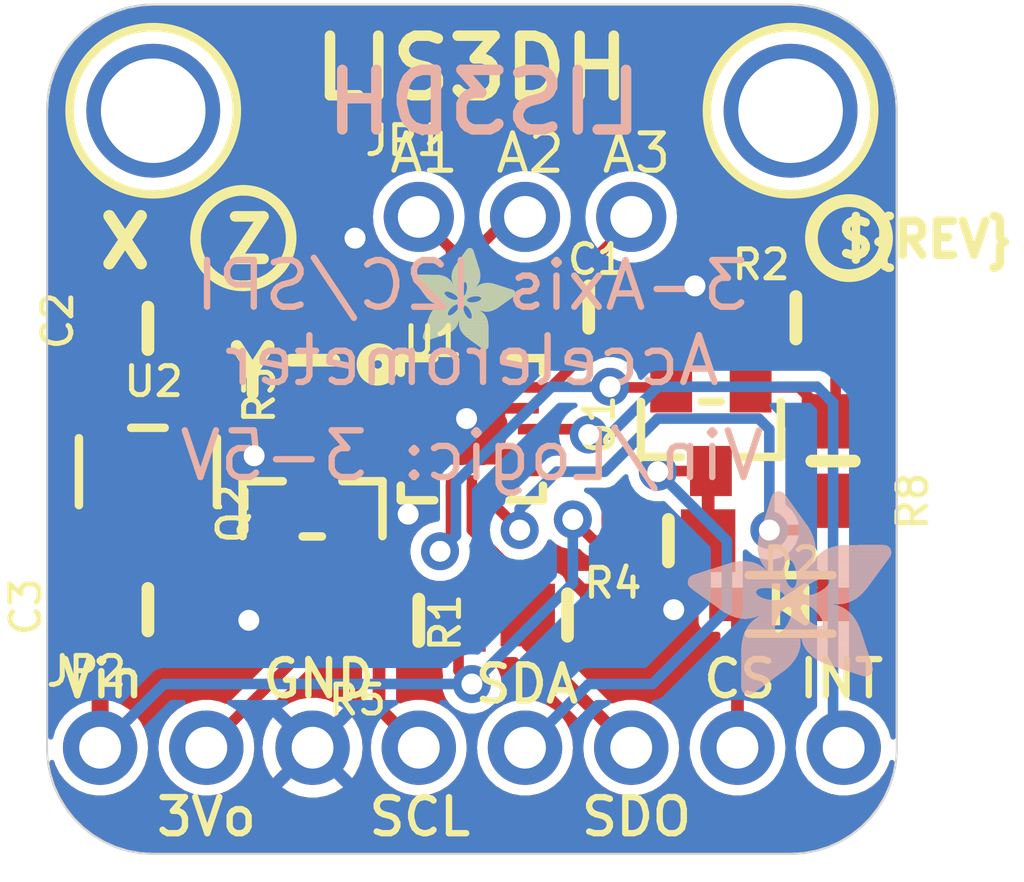
<source format=kicad_pcb>
(kicad_pcb (version 20221018) (generator pcbnew)
  (layers (0 "F.Cu" signal) (31 "B.Cu" signal) (34 "B.Paste" user) (35 "F.Paste" user) (36 "B.SilkS" user "B.Silkscreen") (37 "F.SilkS" user "F.Silkscreen") (38 "B.Mask" user) (39 "F.Mask" user) (44 "Edge.Cuts" user))
  (net 0 "")
  (net 1 "GND")
  (net 2 "3.3V")
  (net 3 "CS")
  (net 4 "VIN")
  (net 5 "SDA_3.3V")
  (net 6 "SCL_3.3V")
  (net 7 "SDA")
  (net 8 "SCL")
  (net 9 "N$2")
  (net 10 "INT1")
  (net 11 "SDO")
  (net 12 "ADC1")
  (net 13 "ADC2")
  (net 14 "ADC3")
  (footprint "working:0805-NO" (layer "F.Cu") (at 147.2311 109.5756)
    (fp_text reference "R5" (at -2.2225 1.905) (layer "F.SilkS") (effects (font (size 0.692831 0.692831) (thickness 0.119969)) (justify left)))
    (fp_text value "10K")
    (pad "1" smd rect (at -0.95 0) (size 1.3 1.5) (layers "F.Cu" "F.Paste" "F.Mask") (net 8 "SCL"))
    (pad "2" smd rect (at 0.95 0) (size 1.3 1.5) (layers "F.Cu" "F.Paste" "F.Mask") (net 4 "VIN"))
  )
  (footprint "working:0805-NO" (layer "F.Cu") (at 156.2481 102.3366)
    (fp_text reference "R2" (at -1.5875 -1.27) (layer "F.SilkS") (effects (font (size 0.692831 0.692831) (thickness 0.119969)) (justify left)))
    (fp_text value "10K")
    (pad "1" smd rect (at -0.95 0) (size 1.3 1.5) (layers "F.Cu" "F.Paste" "F.Mask") (net 5 "SDA_3.3V"))
    (pad "2" smd rect (at 0.95 0) (size 1.3 1.5) (layers "F.Cu" "F.Paste" "F.Mask") (net 2 "3.3V"))
  )
  (footprint "working:SOT23-WIDE" (layer "F.Cu") (at 154.2161 105.0036 180)
    (fp_text reference "Q1" (at 2.667 0.889 90) (layer "F.SilkS") (effects (font (size 0.692831 0.692831) (thickness 0.119969)) (justify right)))
    (fp_text value "BSS138")
    (pad "1" smd rect (at -0.95 1 180) (size 1 1.2) (layers "F.Cu" "F.Paste" "F.Mask") (net 2 "3.3V"))
    (pad "2" smd rect (at 0.95 1 180) (size 1 1.2) (layers "F.Cu" "F.Paste" "F.Mask") (net 5 "SDA_3.3V"))
    (pad "3" smd rect (at 0 -1 180) (size 1 1.2) (layers "F.Cu" "F.Paste" "F.Mask") (net 7 "SDA"))
  )
  (footprint "working:MOUNTINGHOLE_2.5_PLATED" (layer "F.Cu") (at 156.1211 97.3836)
    (fp_text reference "U$13" hide)
    (fp_text value "MOUNTINGHOLE2.5" hide)
    (pad "P$1" thru_hole circle (at 0 0) (size 3.2 3.2) (drill 2.5) (layers "*.Cu" "*.Mask"))
    (zone (net 0) (net_name "") (layer "F.Cu") (connect_pads (clearance 0)) (min_thickness 0.25)
      (keepout (tracks not_allowed) (vias not_allowed) (pads not_allowed) (copperpour not_allowed) (footprints allowed))
      (fill (thermal_gap 0.5) (thermal_bridge_width 0.5))
      (polygon (pts (xy 158.1371 97.3836) (xy 158.11748 97.103027) (xy 158.059004 96.827915) (xy 157.962808 96.563619) (xy 157.830765 96.315283) (xy 157.665446 96.08774) (xy 157.470067 95.88542) (xy 157.248433 95.71226) (xy 157.004856 95.571631) (xy 156.744078 95.46627) (xy 156.471175 95.398228) (xy 156.191457 95.368828) (xy 155.910371 95.378644) (xy 155.633385 95.427484) (xy 155.365893 95.514397) (xy 155.1131 95.637693) (xy 154.879926 95.79497) (xy 154.670911 95.983169) (xy 154.490122 96.198625) (xy 154.341078 96.437145) (xy 154.22668 96.694087) (xy 154.149154 96.96445) (xy 154.110011 97.242971) (xy 154.110011 97.524229) (xy 154.149154 97.80275) (xy 154.22668 98.073113) (xy 154.341078 98.330055) (xy 154.490122 98.568575) (xy 154.670911 98.784031) (xy 154.879926 98.97223) (xy 155.1131 99.129507) (xy 155.365893 99.252803) (xy 155.633385 99.339716) (xy 155.910371 99.388556) (xy 156.191457 99.398372) (xy 156.471175 99.368972) (xy 156.744078 99.30093) (xy 157.004856 99.195569) (xy 157.248433 99.05494) (xy 157.470067 98.88178) (xy 157.665446 98.67946) (xy 157.830765 98.451917) (xy 157.962808 98.203581) (xy 158.059004 97.939285) (xy 158.11748 97.664173)))
      (polygon (pts (xy 156.1051 97.3836) (xy 156.109786 97.394914) (xy 156.1211 97.3996) (xy 156.132414 97.394914) (xy 156.1371 97.3836) (xy 156.132414 97.372286) (xy 156.1211 97.3676) (xy 156.109786 97.372286)))
    )
    (zone (net 0) (net_name "") (layer "B.Cu") (connect_pads (clearance 0)) (min_thickness 0.25)
      (keepout (tracks not_allowed) (vias not_allowed) (pads not_allowed) (copperpour not_allowed) (footprints allowed))
      (fill (thermal_gap 0.5) (thermal_bridge_width 0.5))
      (polygon (pts (xy 158.1371 97.3836) (xy 158.11748 97.103027) (xy 158.059004 96.827915) (xy 157.962808 96.563619) (xy 157.830765 96.315283) (xy 157.665446 96.08774) (xy 157.470067 95.88542) (xy 157.248433 95.71226) (xy 157.004856 95.571631) (xy 156.744078 95.46627) (xy 156.471175 95.398228) (xy 156.191457 95.368828) (xy 155.910371 95.378644) (xy 155.633385 95.427484) (xy 155.365893 95.514397) (xy 155.1131 95.637693) (xy 154.879926 95.79497) (xy 154.670911 95.983169) (xy 154.490122 96.198625) (xy 154.341078 96.437145) (xy 154.22668 96.694087) (xy 154.149154 96.96445) (xy 154.110011 97.242971) (xy 154.110011 97.524229) (xy 154.149154 97.80275) (xy 154.22668 98.073113) (xy 154.341078 98.330055) (xy 154.490122 98.568575) (xy 154.670911 98.784031) (xy 154.879926 98.97223) (xy 155.1131 99.129507) (xy 155.365893 99.252803) (xy 155.633385 99.339716) (xy 155.910371 99.388556) (xy 156.191457 99.398372) (xy 156.471175 99.368972) (xy 156.744078 99.30093) (xy 157.004856 99.195569) (xy 157.248433 99.05494) (xy 157.470067 98.88178) (xy 157.665446 98.67946) (xy 157.830765 98.451917) (xy 157.962808 98.203581) (xy 158.059004 97.939285) (xy 158.11748 97.664173)))
      (polygon (pts (xy 156.1051 97.3836) (xy 156.109786 97.394914) (xy 156.1211 97.3996) (xy 156.132414 97.394914) (xy 156.1371 97.3836) (xy 156.132414 97.372286) (xy 156.1211 97.3676) (xy 156.109786 97.372286)))
    )
  )
  (footprint "working:0805-NO" (layer "F.Cu") (at 144.6911 103.3526 90)
    (fp_text reference "R3" (at -1.5875 -1.27 90) (layer "F.SilkS") (effects (font (size 0.692831 0.692831) (thickness 0.119969)) (justify left)))
    (fp_text value "10K")
    (pad "1" smd rect (at -0.95 0 90) (size 1.3 1.5) (layers "F.Cu" "F.Paste" "F.Mask") (net 6 "SCL_3.3V"))
    (pad "2" smd rect (at 0.95 0 90) (size 1.3 1.5) (layers "F.Cu" "F.Paste" "F.Mask") (net 2 "3.3V"))
  )
  (footprint "working:0805-NO" (layer "F.Cu") (at 153.2001 107.6706 180)
    (fp_text reference "R4" (at 0.5715 -1.016) (layer "F.SilkS") (effects (font (size 0.692831 0.692831) (thickness 0.119969)) (justify right)))
    (fp_text value "10K")
    (pad "1" smd rect (at -0.95 0 180) (size 1.3 1.5) (layers "F.Cu" "F.Paste" "F.Mask") (net 7 "SDA"))
    (pad "2" smd rect (at 0.95 0 180) (size 1.3 1.5) (layers "F.Cu" "F.Paste" "F.Mask") (net 4 "VIN"))
  )
  (footprint "working:SOT23-WIDE" (layer "F.Cu") (at 144.6911 106.9086)
    (fp_text reference "Q2" (at -1.905 0.889 90) (layer "F.SilkS") (effects (font (size 0.692831 0.692831) (thickness 0.119969)) (justify left)))
    (fp_text value "BSS138")
    (pad "1" smd rect (at -0.95 1) (size 1 1.2) (layers "F.Cu" "F.Paste" "F.Mask") (net 2 "3.3V"))
    (pad "2" smd rect (at 0.95 1) (size 1 1.2) (layers "F.Cu" "F.Paste" "F.Mask") (net 6 "SCL_3.3V"))
    (pad "3" smd rect (at 0 -1) (size 1 1.2) (layers "F.Cu" "F.Paste" "F.Mask") (net 8 "SCL"))
  )
  (footprint "working:FIDUCIAL_1MM" (layer "F.Cu") (at 156.1211 114.1476)
    (fp_text reference "FID2" hide)
    (fp_text value "FIDUCIAL\"\"" hide)
    (pad "1" smd roundrect (at 0 0) (size 1 1) (layers "F.Cu" "F.Mask") (roundrect_rratio 0.5))
  )
  (footprint "working:0805-NO" (layer "F.Cu") (at 157.1371 105.7656 90)
    (fp_text reference "R8" (at -1.7145 1.905 90) (layer "F.SilkS") (effects (font (size 0.692831 0.692831) (thickness 0.119969)) (justify left)))
    (fp_text value "10K")
    (pad "1" smd rect (at -0.95 0 90) (size 1.3 1.5) (layers "F.Cu" "F.Paste" "F.Mask") (net 9 "N$2"))
    (pad "2" smd rect (at 0.95 0 90) (size 1.3 1.5) (layers "F.Cu" "F.Paste" "F.Mask") (net 2 "3.3V"))
  )
  (footprint "working:0805_10MGAP" (layer "F.Cu") (at 151.2951 102.0826)
    (fp_text reference "C1" (at -0.5715 -1.143) (layer "F.SilkS") (effects (font (size 0.692831 0.692831) (thickness 0.119969)) (justify left)))
    (fp_text value "0.1uF")
    (pad "1" smd rect (at -1.05 0) (size 1.2 1.5) (layers "F.Cu" "F.Paste" "F.Mask") (net 2 "3.3V"))
    (pad "2" smd rect (at 1.05 0) (size 1.2 1.5) (layers "F.Cu" "F.Paste" "F.Mask") (net 1 "GND"))
  )
  (footprint "working:0805-NO" (layer "F.Cu") (at 140.7541 102.5906)
    (fp_text reference "C2" (at -2.159 0.5715 90) (layer "F.SilkS") (effects (font (size 0.692831 0.692831) (thickness 0.119969)) (justify left)))
    (fp_text value "10µF")
    (pad "1" smd rect (at -0.95 0) (size 1.3 1.5) (layers "F.Cu" "F.Paste" "F.Mask") (net 2 "3.3V"))
    (pad "2" smd rect (at 0.95 0) (size 1.3 1.5) (layers "F.Cu" "F.Paste" "F.Mask") (net 1 "GND"))
  )
  (footprint "working:SOT23-5" (layer "F.Cu") (at 140.7541 106.0196)
    (fp_text reference "U2" (at -0.635 -2.159) (layer "F.SilkS") (effects (font (size 0.692831 0.692831) (thickness 0.119969)) (justify left)))
    (fp_text value "MIC5225-3.3")
    (pad "1" smd rect (at -0.95 1.3001) (size 0.55 1.2) (layers "F.Cu" "F.Paste" "F.Mask") (net 4 "VIN"))
    (pad "2" smd rect (at 0 1.3001) (size 0.55 1.2) (layers "F.Cu" "F.Paste" "F.Mask") (net 1 "GND"))
    (pad "3" smd rect (at 0.95 1.3001) (size 0.55 1.2) (layers "F.Cu" "F.Paste" "F.Mask") (net 4 "VIN"))
    (pad "4" smd rect (at 0.95 -1.3001) (size 0.55 1.2) (layers "F.Cu" "F.Paste" "F.Mask"))
    (pad "5" smd rect (at -0.95 -1.3001) (size 0.55 1.2) (layers "F.Cu" "F.Paste" "F.Mask") (net 2 "3.3V"))
  )
  (footprint "working:FIDUCIAL_1MM" (layer "F.Cu") (at 144.0721 98.2886)
    (fp_text reference "FID1" hide)
    (fp_text value "FIDUCIAL\"\"" hide)
    (pad "1" smd roundrect (at 0 0) (size 1 1) (layers "F.Cu" "F.Mask") (roundrect_rratio 0.5))
  )
  (footprint "working:SOD-323" (layer "F.Cu") (at 156.1211 109.1946)
    (fp_text reference "D2" (at -0.719 -1) (layer "F.SilkS") (effects (font (size 0.692831 0.692831) (thickness 0.119969)) (justify left)))
    (fp_text value "1N4148")
    (pad "A" smd rect (at 1.27 0) (size 1.35 0.8) (layers "F.Cu" "F.Paste" "F.Mask") (net 9 "N$2"))
    (pad "C" smd rect (at -1.27 0) (size 1.35 0.8) (layers "F.Cu" "F.Paste" "F.Mask") (net 3 "CS"))
  )
  (footprint "working:MOUNTINGHOLE_2.5_PLATED" (layer "F.Cu") (at 140.8811 97.3836)
    (fp_text reference "U$10" hide)
    (fp_text value "MOUNTINGHOLE2.5" hide)
    (pad "P$1" thru_hole circle (at 0 0) (size 3.2 3.2) (drill 2.5) (layers "*.Cu" "*.Mask"))
    (zone (net 0) (net_name "") (layer "F.Cu") (connect_pads (clearance 0)) (min_thickness 0.25)
      (keepout (tracks not_allowed) (vias not_allowed) (pads not_allowed) (copperpour not_allowed) (footprints allowed))
      (fill (thermal_gap 0.5) (thermal_bridge_width 0.5))
      (polygon (pts (xy 142.8971 97.3836) (xy 142.87748 97.103027) (xy 142.819004 96.827915) (xy 142.722808 96.563619) (xy 142.590765 96.315283) (xy 142.425446 96.08774) (xy 142.230067 95.88542) (xy 142.008433 95.71226) (xy 141.764856 95.571631) (xy 141.504078 95.46627) (xy 141.231175 95.398228) (xy 140.951457 95.368828) (xy 140.670371 95.378644) (xy 140.393385 95.427484) (xy 140.125893 95.514397) (xy 139.8731 95.637693) (xy 139.639926 95.79497) (xy 139.430911 95.983169) (xy 139.250122 96.198625) (xy 139.101078 96.437145) (xy 138.98668 96.694087) (xy 138.909154 96.96445) (xy 138.870011 97.242971) (xy 138.870011 97.524229) (xy 138.909154 97.80275) (xy 138.98668 98.073113) (xy 139.101078 98.330055) (xy 139.250122 98.568575) (xy 139.430911 98.784031) (xy 139.639926 98.97223) (xy 139.8731 99.129507) (xy 140.125893 99.252803) (xy 140.393385 99.339716) (xy 140.670371 99.388556) (xy 140.951457 99.398372) (xy 141.231175 99.368972) (xy 141.504078 99.30093) (xy 141.764856 99.195569) (xy 142.008433 99.05494) (xy 142.230067 98.88178) (xy 142.425446 98.67946) (xy 142.590765 98.451917) (xy 142.722808 98.203581) (xy 142.819004 97.939285) (xy 142.87748 97.664173)))
      (polygon (pts (xy 140.8651 97.3836) (xy 140.869786 97.394914) (xy 140.8811 97.3996) (xy 140.892414 97.394914) (xy 140.8971 97.3836) (xy 140.892414 97.372286) (xy 140.8811 97.3676) (xy 140.869786 97.372286)))
    )
    (zone (net 0) (net_name "") (layer "B.Cu") (connect_pads (clearance 0)) (min_thickness 0.25)
      (keepout (tracks not_allowed) (vias not_allowed) (pads not_allowed) (copperpour not_allowed) (footprints allowed))
      (fill (thermal_gap 0.5) (thermal_bridge_width 0.5))
      (polygon (pts (xy 142.8971 97.3836) (xy 142.87748 97.103027) (xy 142.819004 96.827915) (xy 142.722808 96.563619) (xy 142.590765 96.315283) (xy 142.425446 96.08774) (xy 142.230067 95.88542) (xy 142.008433 95.71226) (xy 141.764856 95.571631) (xy 141.504078 95.46627) (xy 141.231175 95.398228) (xy 140.951457 95.368828) (xy 140.670371 95.378644) (xy 140.393385 95.427484) (xy 140.125893 95.514397) (xy 139.8731 95.637693) (xy 139.639926 95.79497) (xy 139.430911 95.983169) (xy 139.250122 96.198625) (xy 139.101078 96.437145) (xy 138.98668 96.694087) (xy 138.909154 96.96445) (xy 138.870011 97.242971) (xy 138.870011 97.524229) (xy 138.909154 97.80275) (xy 138.98668 98.073113) (xy 139.101078 98.330055) (xy 139.250122 98.568575) (xy 139.430911 98.784031) (xy 139.639926 98.97223) (xy 139.8731 99.129507) (xy 140.125893 99.252803) (xy 140.393385 99.339716) (xy 140.670371 99.388556) (xy 140.951457 99.398372) (xy 141.231175 99.368972) (xy 141.504078 99.30093) (xy 141.764856 99.195569) (xy 142.008433 99.05494) (xy 142.230067 98.88178) (xy 142.425446 98.67946) (xy 142.590765 98.451917) (xy 142.722808 98.203581) (xy 142.819004 97.939285) (xy 142.87748 97.664173)))
      (polygon (pts (xy 140.8651 97.3836) (xy 140.869786 97.394914) (xy 140.8811 97.3996) (xy 140.892414 97.394914) (xy 140.8971 97.3836) (xy 140.892414 97.372286) (xy 140.8811 97.3676) (xy 140.869786 97.372286)))
    )
  )
  (footprint "working:1X03_ROUND" (layer "F.Cu") (at 149.7711 99.9236)
    (fp_text reference "JP1" (at -3.8862 -1.8288) (layer "F.SilkS") (effects (font (size 0.692831 0.692831) (thickness 0.119969)) (justify left)))
    (fp_text value "")
    (pad "1" thru_hole circle (at -2.54 0 90) (size 1.6764 1.6764) (drill 1) (layers "*.Cu" "*.Mask") (net 12 "ADC1"))
    (pad "2" thru_hole circle (at 0 0 90) (size 1.6764 1.6764) (drill 1) (layers "*.Cu" "*.Mask") (net 13 "ADC2"))
    (pad "3" thru_hole circle (at 2.54 0 90) (size 1.6764 1.6764) (drill 1) (layers "*.Cu" "*.Mask") (net 14 "ADC3"))
  )
  (footprint "working:LGA16_3X3MM" (layer "F.Cu") (at 148.5011 105.0036)
    (fp_text reference "U1" (at -1.7 -2.1) (layer "F.SilkS") (effects (font (size 0.692831 0.692831) (thickness 0.119969)) (justify left)))
    (fp_text value "LIS3DHTR")
    (pad "1" smd rect (at -1.35 -1) (size 0.5 0.25) (layers "F.Cu" "F.Paste" "F.Mask") (net 2 "3.3V"))
    (pad "2" smd rect (at -1.35 -0.5) (size 0.5 0.25) (layers "F.Cu" "F.Paste" "F.Mask"))
    (pad "3" smd rect (at -1.35 0) (size 0.5 0.25) (layers "F.Cu" "F.Paste" "F.Mask"))
    (pad "4" smd rect (at -1.35 0.5) (size 0.5 0.25) (layers "F.Cu" "F.Paste" "F.Mask") (net 6 "SCL_3.3V"))
    (pad "5" smd rect (at -1.35 1) (size 0.5 0.25) (layers "F.Cu" "F.Paste" "F.Mask") (net 1 "GND"))
    (pad "6" smd rect (at -0.5 1.35 90) (size 0.5 0.25) (layers "F.Cu" "F.Paste" "F.Mask") (net 5 "SDA_3.3V"))
    (pad "7" smd rect (at 0 1.35 90) (size 0.5 0.25) (layers "F.Cu" "F.Paste" "F.Mask") (net 11 "SDO"))
    (pad "8" smd rect (at 0.5 1.35 90) (size 0.5 0.25) (layers "F.Cu" "F.Paste" "F.Mask") (net 9 "N$2"))
    (pad "9" smd rect (at 1.35 1 180) (size 0.5 0.25) (layers "F.Cu" "F.Paste" "F.Mask"))
    (pad "10" smd rect (at 1.35 0.5 180) (size 0.5 0.25) (layers "F.Cu" "F.Paste" "F.Mask") (net 1 "GND"))
    (pad "11" smd rect (at 1.35 0 180) (size 0.5 0.25) (layers "F.Cu" "F.Paste" "F.Mask") (net 10 "INT1"))
    (pad "12" smd rect (at 1.35 -0.5 180) (size 0.5 0.25) (layers "F.Cu" "F.Paste" "F.Mask") (net 1 "GND"))
    (pad "13" smd rect (at 1.35 -1 180) (size 0.5 0.25) (layers "F.Cu" "F.Paste" "F.Mask") (net 14 "ADC3"))
    (pad "14" smd rect (at 0.5 -1.35 270) (size 0.5 0.25) (layers "F.Cu" "F.Paste" "F.Mask") (net 2 "3.3V"))
    (pad "15" smd rect (at 0 -1.35 270) (size 0.5 0.25) (layers "F.Cu" "F.Paste" "F.Mask") (net 13 "ADC2"))
    (pad "16" smd rect (at -0.5 -1.35 270) (size 0.5 0.25) (layers "F.Cu" "F.Paste" "F.Mask") (net 12 "ADC1"))
  )
  (footprint "working:PCBFEAT-REV-040" (layer "F.Cu") (at 157.5181 100.4316)
    (fp_text reference "U$9" hide)
    (fp_text value "" hide)
    (fp_text user "${REV}" (at -0.3556 0.508) (layer "F.SilkS") (effects (font (size 0.8128 0.8128) (thickness 0.2032)) (justify left bottom)))
  )
  (footprint "working:0805-NO" (layer "F.Cu") (at 150.7871 109.4486 180)
    (fp_text reference "R1" (at 2.921 0.5715 90) (layer "F.SilkS") (effects (font (size 0.692831 0.692831) (thickness 0.119969)) (justify right)))
    (fp_text value "10K")
    (pad "1" smd rect (at -0.95 0 180) (size 1.3 1.5) (layers "F.Cu" "F.Paste" "F.Mask") (net 1 "GND"))
    (pad "2" smd rect (at 0.95 0 180) (size 1.3 1.5) (layers "F.Cu" "F.Paste" "F.Mask") (net 11 "SDO"))
  )
  (footprint "working:1X08_ROUND_70" (layer "F.Cu") (at 148.5011 112.6236)
    (fp_text reference "JP2" (at -10.2362 -1.8288) (layer "F.SilkS") (effects (font (size 0.692831 0.692831) (thickness 0.119969)) (justify left)))
    (fp_text value "")
    (pad "1" thru_hole circle (at -8.89 0 90) (size 1.778 1.778) (drill 1) (layers "*.Cu" "*.Mask") (net 4 "VIN"))
    (pad "2" thru_hole circle (at -6.35 0 90) (size 1.778 1.778) (drill 1) (layers "*.Cu" "*.Mask") (net 2 "3.3V"))
    (pad "3" thru_hole circle (at -3.81 0 90) (size 1.778 1.778) (drill 1) (layers "*.Cu" "*.Mask") (net 1 "GND"))
    (pad "4" thru_hole circle (at -1.27 0 90) (size 1.778 1.778) (drill 1) (layers "*.Cu" "*.Mask") (net 8 "SCL"))
    (pad "5" thru_hole circle (at 1.27 0 90) (size 1.778 1.778) (drill 1) (layers "*.Cu" "*.Mask") (net 7 "SDA"))
    (pad "6" thru_hole circle (at 3.81 0 90) (size 1.778 1.778) (drill 1) (layers "*.Cu" "*.Mask") (net 11 "SDO"))
    (pad "7" thru_hole circle (at 6.35 0 90) (size 1.778 1.778) (drill 1) (layers "*.Cu" "*.Mask") (net 3 "CS"))
    (pad "8" thru_hole circle (at 8.89 0 90) (size 1.778 1.778) (drill 1) (layers "*.Cu" "*.Mask") (net 10 "INT1"))
  )
  (footprint "working:ADAFRUIT_2.5MM" (layer "F.Cu") (at 147.1041 103.0986)
    (fp_text reference "U$21" hide)
    (fp_text value "" hide)
  )
  (footprint "working:0805-NO" (layer "F.Cu") (at 140.7541 109.3216)
    (fp_text reference "C3" (at -2.921 -0.8255 90) (layer "F.SilkS") (effects (font (size 0.692831 0.692831) (thickness 0.119969)) (justify right)))
    (fp_text value "10µF")
    (pad "1" smd rect (at -0.95 0) (size 1.3 1.5) (layers "F.Cu" "F.Paste" "F.Mask") (net 4 "VIN"))
    (pad "2" smd rect (at 0.95 0) (size 1.3 1.5) (layers "F.Cu" "F.Paste" "F.Mask") (net 1 "GND"))
  )
  (footprint "working:ADAFRUIT_5MM" (layer "B.Cu") (at 158.5341 111.3536 180)
    (fp_text reference "U$22" hide)
    (fp_text value "" hide)
  )
  (gr_arc (start 143.0361 99.2876) (mid 143.844323 99.622377) (end 144.1791 100.4306) (stroke (width 0.254)) (layer "F.SilkS"))
  (gr_arc (start 143.0361 101.5736) (mid 142.222013 101.244687) (end 141.8931 100.4306) (stroke (width 0.254)) (layer "F.SilkS"))
  (gr_arc (start 141.8931 100.4306) (mid 142.227877 99.622377) (end 143.0361 99.2876) (stroke (width 0.254)) (layer "F.SilkS"))
  (gr_arc (start 144.1791 100.4306) (mid 143.844323 101.238823) (end 143.0361 101.5736) (stroke (width 0.254)) (layer "F.SilkS"))
  (gr_line (start 140.8811 115.1636) (end 156.1211 115.1636) (stroke (width 0.05)) (layer "Edge.Cuts"))
  (gr_line (start 138.3411 97.3836) (end 138.3411 112.6236) (stroke (width 0.05)) (layer "Edge.Cuts"))
  (gr_arc (start 138.3411 97.3836) (mid 139.085049 95.587549) (end 140.8811 94.8436) (stroke (width 0.05)) (layer "Edge.Cuts"))
  (gr_arc (start 156.1211 94.8436) (mid 157.917151 95.587549) (end 158.6611 97.3836) (stroke (width 0.05)) (layer "Edge.Cuts"))
  (gr_line (start 156.1211 94.8436) (end 140.8811 94.8436) (stroke (width 0.05)) (layer "Edge.Cuts"))
  (gr_arc (start 140.8811 115.1636) (mid 139.085049 114.419651) (end 138.3411 112.6236) (stroke (width 0.05)) (layer "Edge.Cuts"))
  (gr_arc (start 158.6611 112.6236) (mid 157.917151 114.419651) (end 156.1211 115.1636) (stroke (width 0.05)) (layer "Edge.Cuts"))
  (gr_line (start 158.6611 112.6236) (end 158.6611 97.3836) (stroke (width 0.05)) (layer "Edge.Cuts"))
  (gr_text "3-Axis I2C/SPI\nAccelerometer" (at 148.5011 102.4636) (layer "B.SilkS") (effects (font (size 1.1176 1.1176) (thickness 0.1524)) (justify mirror)))
  (gr_text "LIS3DH" (at 152.6921 98.0186) (layer "B.SilkS") (effects (font (size 1.42494 1.42494) (thickness 0.25146)) (justify left bottom mirror)))
  (gr_text "Vin/Logic: 3-5V" (at 148.5011 105.6386) (layer "B.SilkS") (effects (font (size 1.1176 1.1176) (thickness 0.1524)) (justify mirror)))
  (gr_text "A1" (at 147.3581 98.3996) (layer "F.SilkS") (effects (font (size 0.89408 0.89408) (thickness 0.12192))))
  (gr_text "A2" (at 149.8981 98.3996) (layer "F.SilkS") (effects (font (size 0.89408 0.89408) (thickness 0.12192))))
  (gr_text "X" (at 139.4801 101.1926) (layer "F.SilkS") (effects (font (size 1.13792 1.13792) (thickness 0.28448)) (justify left bottom)))
  (gr_text "3Vo" (at 140.8811 114.7826) (layer "F.SilkS") (effects (font (size 0.8636 0.8636) (thickness 0.1524)) (justify left bottom)))
  (gr_text "SCL" (at 145.9611 114.7826) (layer "F.SilkS") (effects (font (size 0.8636 0.8636) (thickness 0.1524)) (justify left bottom)))
  (gr_text "CS" (at 153.9621 111.4806) (layer "F.SilkS") (effects (font (size 0.8636 0.8636) (thickness 0.1524)) (justify left bottom)))
  (gr_text "A3" (at 152.4381 98.3996) (layer "F.SilkS") (effects (font (size 0.89408 0.89408) (thickness 0.12192))))
  (gr_text "SDA" (at 148.5011 111.6076) (layer "F.SilkS") (effects (font (size 0.8636 0.8636) (thickness 0.1524)) (justify left bottom)))
  (gr_text "INT" (at 156.2481 111.4806) (layer "F.SilkS") (effects (font (size 0.8636 0.8636) (thickness 0.1524)) (justify left bottom)))
  (gr_text "Y" (at 143.9331 102.9726) (layer "F.SilkS") (effects (font (size 1.13792 1.13792) (thickness 0.28448)) (justify right top)))
  (gr_text "Vin" (at 138.5951 111.4806) (layer "F.SilkS") (effects (font (size 0.8636 0.8636) (thickness 0.1524)) (justify left bottom)))
  (gr_text "SDO" (at 151.0411 114.7826) (layer "F.SilkS") (effects (font (size 0.8636 0.8636) (thickness 0.1524)) (justify left bottom)))
  (gr_text "LIS3DH" (at 148.5011 96.3676) (layer "F.SilkS") (effects (font (size 1.42494 1.42494) (thickness 0.25146))))
  (gr_text "Z" (at 142.5281 101.0656) (layer "F.SilkS") (effects (font (size 1.016 1.016) (thickness 0.254)) (justify left bottom)))
  (gr_text "GND" (at 143.4211 111.4806) (layer "F.SilkS") (effects (font (size 0.8636 0.8636) (thickness 0.1524)) (justify left bottom)))
  (segment (start 149.2551 105.5036) (end 149.1361 105.3846) (width 0.254) (layer "F.Cu") (net 1))
  (segment (start 149.1361 105.3846) (end 149.1361 104.6226) (width 0.254) (layer "F.Cu") (net 1))
  (segment (start 149.8511 105.5036) (end 149.1281 105.5036) (width 0.254) (layer "F.Cu") (net 1))
  (segment (start 149.8511 104.5036) (end 148.6201 104.5036) (width 0.254) (layer "F.Cu") (net 1))
  (segment (start 149.1361 104.6226) (end 149.2631 104.4956) (width 0.254) (layer "F.Cu") (net 1))
  (segment (start 140.7541 108.0516) (end 141.7041 109.0016) (width 0.4064) (layer "F.Cu") (net 1))
  (segment (start 140.7541 107.3197) (end 140.7541 108.0516) (width 0.4064) (layer "F.Cu") (net 1))
  (segment (start 148.6201 104.5036) (end 148.3741 104.7496) (width 0.254) (layer "F.Cu") (net 1))
  (segment (start 149.1281 105.5036) (end 148.3741 104.7496) (width 0.254) (layer "F.Cu") (net 1))
  (segment (start 141.7041 109.0016) (end 141.7041 109.3216) (width 0.4064) (layer "F.Cu") (net 1))
  (via (at 153.3271 109.3216) (size 0.9064) (drill 0.5) (layers "F.Cu" "B.Cu") (net 1))
  (via (at 153.8351 101.5746) (size 0.9064) (drill 0.5) (layers "F.Cu" "B.Cu") (net 1))
  (via (at 148.3741 104.7496) (size 0.9064) (drill 0.5) (layers "F.Cu" "B.Cu") (net 1))
  (via (at 145.7071 100.4316) (size 0.9064) (drill 0.5) (layers "F.Cu" "B.Cu") (net 1))
  (via (at 143.1671 109.5756) (size 0.9064) (drill 0.5) (layers "F.Cu" "B.Cu") (net 1))
  (via (at 146.9771 107.0356) (size 0.9064) (drill 0.5) (layers "F.Cu" "B.Cu") (net 1))
  (via (at 143.2941 105.6386) (size 0.9064) (drill 0.5) (layers "F.Cu" "B.Cu") (net 1))
  (segment (start 139.8041 104.7195) (end 139.8041 103.7336) (width 0.4064) (layer "F.Cu") (net 2))
  (segment (start 142.4051 106.5726) (end 143.7411 107.9086) (width 0.254) (layer "F.Cu") (net 2))
  (segment (start 157.1371 102.2756) (end 157.1981 102.3366) (width 0.254) (layer "F.Cu") (net 2))
  (segment (start 157.1981 104.7546) (end 157.1371 104.8156) (width 0.254) (layer "F.Cu") (net 2))
  (segment (start 147.1511 103.2726) (end 147.1511 104.0036) (width 0.254) (layer "F.Cu") (net 2))
  (segment (start 146.2811 102.4026) (end 147.1511 103.2726) (width 0.254) (layer "F.Cu") (net 2))
  (segment (start 143.6091 100.6246) (end 143.6091 101.3206) (width 0.254) (layer "F.Cu") (net 2))
  (segment (start 145.7071 98.5266) (end 143.6091 100.6246) (width 0.254) (layer "F.Cu") (net 2))
  (segment (start 152.8191 98.5266) (end 155.4861 101.1936) (width 0.254) (layer "F.Cu") (net 2))
  (segment (start 144.3101 110.4646) (end 144.3101 109.1946) (width 0.254) (layer "F.Cu") (net 2))
  (segment (start 144.6911 102.4026) (end 146.2811 102.4026) (width 0.254) (layer "F.Cu") (net 2))
  (segment (start 157.1981 102.3366) (end 157.1981 104.7546) (width 0.254) (layer "F.Cu") (net 2))
  (segment (start 149.0011 103.1726) (end 150.0911 102.0826) (width 0.254) (layer "F.Cu") (net 2))
  (segment (start 142.4051 103.9876) (end 142.1511 103.7336) (width 0.254) (layer "F.Cu") (net 2))
  (segment (start 150.6601 98.5266) (end 152.8191 98.5266) (width 0.254) (layer "F.Cu") (net 2))
  (segment (start 139.8041 101.7626) (end 140.2461 101.3206) (width 0.4064) (layer "F.Cu") (net 2))
  (segment (start 139.8041 102.5906) (end 139.8041 101.7626) (width 0.4064) (layer "F.Cu") (net 2))
  (segment (start 150.0911 102.0826) (end 150.2451 102.0826) (width 0.254) (layer "F.Cu") (net 2))
  (segment (start 151.0411 98.9076) (end 150.6601 98.5266) (width 0.254) (layer "F.Cu") (net 2))
  (segment (start 139.8041 103.7336) (end 139.8041 102.5906) (width 0.4064) (layer "F.Cu") (net 2))
  (segment (start 144.3101 110.4646) (end 142.1511 112.6236) (width 0.254) (layer "F.Cu") (net 2))
  (segment (start 155.4861 101.1936) (end 156.2481 101.1936) (width 0.254) (layer "F.Cu") (net 2))
  (segment (start 144.3101 109.1946) (end 143.7411 108.6256) (width 0.254) (layer "F.Cu") (net 2))
  (segment (start 156.3251 104.0036) (end 157.1371 104.8156) (width 0.254) (layer "F.Cu") (net 2))
  (segment (start 157.1371 102.0826) (end 157.1371 102.2756) (width 0.254) (layer "F.Cu") (net 2))
  (segment (start 155.1661 104.0036) (end 156.3251 104.0036) (width 0.254) (layer "F.Cu") (net 2))
  (segment (start 151.0411 100.5586) (end 151.0411 98.9076) (width 0.254) (layer "F.Cu") (net 2))
  (segment (start 142.1511 103.7336) (end 139.8041 103.7336) (width 0.254) (layer "F.Cu") (net 2))
  (segment (start 150.2451 102.0826) (end 150.2451 101.3546) (width 0.254) (layer "F.Cu") (net 2))
  (segment (start 150.6601 98.5266) (end 145.7071 98.5266) (width 0.254) (layer "F.Cu") (net 2))
  (segment (start 150.2451 101.3546) (end 151.0411 100.5586) (width 0.254) (layer "F.Cu") (net 2))
  (segment (start 156.2481 101.1936) (end 157.1371 102.0826) (width 0.254) (layer "F.Cu") (net 2))
  (segment (start 142.4051 103.9876) (end 142.4051 106.5726) (width 0.254) (layer "F.Cu") (net 2))
  (segment (start 143.7411 108.6256) (end 143.7411 107.9086) (width 0.254) (layer "F.Cu") (net 2))
  (segment (start 143.6091 101.3206) (end 144.6911 102.4026) (width 0.4064) (layer "F.Cu") (net 2))
  (segment (start 140.2461 101.3206) (end 143.6091 101.3206) (width 0.4064) (layer "F.Cu") (net 2))
  (segment (start 149.0011 103.1726) (end 149.0011 103.6536) (width 0.254) (layer "F.Cu") (net 2))
  (segment (start 154.8511 109.1946) (end 154.8511 112.6236) (width 0.3048) (layer "F.Cu") (net 3))
  (segment (start 139.6111 112.6236) (end 139.6111 109.5146) (width 0.4064) (layer "F.Cu") (net 4))
  (segment (start 141.7041 106.0196) (end 139.8041 106.0196) (width 0.4064) (layer "F.Cu") (net 4))
  (segment (start 139.8041 106.0196) (end 139.8041 107.3197) (width 0.4064) (layer "F.Cu") (net 4))
  (segment (start 139.8041 109.3216) (end 139.8041 107.3197) (width 0.4064) (layer "F.Cu") (net 4))
  (segment (start 139.6111 109.5146) (end 139.8041 109.3216) (width 0.4064) (layer "F.Cu") (net 4))
  (segment (start 152.2501 107.6706) (end 151.4221 107.6706) (width 0.254) (layer "F.Cu") (net 4))
  (segment (start 141.7041 107.3197) (end 141.7041 106.0196) (width 0.4064) (layer "F.Cu") (net 4))
  (segment (start 148.1811 109.5756) (end 148.1811 110.7796) (width 0.254) (layer "F.Cu") (net 4))
  (segment (start 151.4221 107.6706) (end 150.9141 107.1626) (width 0.254) (layer "F.Cu") (net 4))
  (segment (start 148.1811 110.7796) (end 148.5011 111.0996) (width 0.254) (layer "F.Cu") (net 4))
  (via (at 150.9141 107.1626) (size 0.9064) (drill 0.5) (layers "F.Cu" "B.Cu") (net 4))
  (via (at 148.5011 111.0996) (size 0.9064) (drill 0.5) (layers "F.Cu" "B.Cu") (net 4))
  (segment (start 150.9141 107.1626) (end 150.9141 108.6866) (width 0.254) (layer "B.Cu") (net 4))
  (segment (start 148.5011 111.0996) (end 141.1351 111.0996) (width 0.254) (layer "B.Cu") (net 4))
  (segment (start 150.9141 108.6866) (end 148.5011 111.0996) (width 0.254) (layer "B.Cu") (net 4))
  (segment (start 141.1351 111.0996) (end 139.6111 112.6236) (width 0.254) (layer "B.Cu") (net 4))
  (segment (start 151.8191 104.0036) (end 153.2661 104.0036) (width 0.254) (layer "F.Cu") (net 5))
  (segment (start 154.3431 102.3366) (end 153.2661 103.4136) (width 0.254) (layer "F.Cu") (net 5))
  (segment (start 153.2661 103.4136) (end 153.2661 104.0036) (width 0.254) (layer "F.Cu") (net 5))
  (segment (start 151.8191 104.0036) (end 151.8031 103.9876) (width 0.254) (layer "F.Cu") (net 5))
  (segment (start 154.3431 102.3366) (end 155.2981 102.3366) (width 0.254) (layer "F.Cu") (net 5))
  (segment (start 148.0011 106.3536) (end 148.0011 107.6626) (width 0.254) (layer "F.Cu") (net 5))
  (segment (start 148.0011 107.6626) (end 147.7391 107.9246) (width 0.254) (layer "F.Cu") (net 5))
  (via (at 151.8031 103.9876) (size 0.9064) (drill 0.5) (layers "F.Cu" "B.Cu") (net 5))
  (via (at 147.7391 107.9246) (size 0.9064) (drill 0.5) (layers "F.Cu" "B.Cu") (net 5))
  (segment (start 148.1201 107.5436) (end 148.1201 106.2736) (width 0.254) (layer "B.Cu") (net 5))
  (segment (start 150.4061 103.9876) (end 151.8031 103.9876) (width 0.254) (layer "B.Cu") (net 5))
  (segment (start 148.1201 106.2736) (end 150.4061 103.9876) (width 0.254) (layer "B.Cu") (net 5))
  (segment (start 147.7391 107.9246) (end 148.1201 107.5436) (width 0.254) (layer "B.Cu") (net 5))
  (segment (start 146.2731 105.5036) (end 147.1511 105.5036) (width 0.254) (layer "F.Cu") (net 6))
  (segment (start 145.0721 104.3026) (end 144.6911 104.3026) (width 0.254) (layer "F.Cu") (net 6))
  (segment (start 146.2731 105.5036) (end 145.6411 106.1356) (width 0.254) (layer "F.Cu") (net 6))
  (segment (start 146.2731 105.5036) (end 145.0721 104.3026) (width 0.254) (layer "F.Cu") (net 6))
  (segment (start 145.6411 106.1356) (end 145.6411 107.9086) (width 0.254) (layer "F.Cu") (net 6))
  (segment (start 152.9621 106.0036) (end 152.9461 106.0196) (width 0.254) (layer "F.Cu") (net 7))
  (segment (start 154.2161 106.0036) (end 152.9621 106.0036) (width 0.254) (layer "F.Cu") (net 7))
  (segment (start 154.1501 106.3186) (end 154.1501 107.6706) (width 0.3048) (layer "F.Cu") (net 7))
  (segment (start 154.1501 106.3186) (end 154.1501 106.0696) (width 0.254) (layer "F.Cu") (net 7))
  (segment (start 154.1501 106.0696) (end 154.2161 106.0036) (width 0.254) (layer "F.Cu") (net 7))
  (via (at 152.9461 106.0196) (size 0.9064) (drill 0.5) (layers "F.Cu" "B.Cu") (net 7))
  (segment (start 154.5971 107.6706) (end 152.9461 106.0196) (width 0.254) (layer "B.Cu") (net 7))
  (segment (start 151.2951 111.0996) (end 152.8191 111.0996) (width 0.254) (layer "B.Cu") (net 7))
  (segment (start 152.8191 111.0996) (end 154.5971 109.3216) (width 0.254) (layer "B.Cu") (net 7))
  (segment (start 154.5971 109.3216) (end 154.5971 107.6706) (width 0.254) (layer "B.Cu") (net 7))
  (segment (start 149.7711 112.6236) (end 151.2951 111.0996) (width 0.254) (layer "B.Cu") (net 7))
  (segment (start 146.2811 109.5756) (end 146.2811 111.6736) (width 0.3048) (layer "F.Cu") (net 8))
  (segment (start 144.6911 108.6866) (end 145.5801 109.5756) (width 0.254) (layer "F.Cu") (net 8))
  (segment (start 144.6911 105.9086) (end 144.6911 108.6866) (width 0.254) (layer "F.Cu") (net 8))
  (segment (start 146.1541 109.5756) (end 146.2811 109.5756) (width 0.3048) (layer "F.Cu") (net 8))
  (segment (start 146.2811 111.6736) (end 147.2311 112.6236) (width 0.3048) (layer "F.Cu") (net 8))
  (segment (start 145.5801 109.5756) (end 146.2811 109.5756) (width 0.254) (layer "F.Cu") (net 8))
  (segment (start 149.0011 106.7736) (end 149.6441 107.4166) (width 0.254) (layer "F.Cu") (net 9))
  (segment (start 156.5021 107.3506) (end 157.1371 106.7156) (width 0.3048) (layer "F.Cu") (net 9))
  (segment (start 156.5021 108.3056) (end 156.5021 107.4166) (width 0.3048) (layer "F.Cu") (net 9))
  (segment (start 156.5021 107.4166) (end 156.5021 107.3506) (width 0.3048) (layer "F.Cu") (net 9))
  (segment (start 149.0011 106.3536) (end 149.0011 106.7736) (width 0.254) (layer "F.Cu") (net 9))
  (segment (start 155.6131 107.4166) (end 156.5021 107.4166) (width 0.254) (layer "F.Cu") (net 9))
  (segment (start 157.3911 109.1946) (end 156.5021 108.3056) (width 0.3048) (layer "F.Cu") (net 9))
  (via (at 149.6441 107.4166) (size 0.9064) (drill 0.5) (layers "F.Cu" "B.Cu") (net 9))
  (via (at 155.6131 107.4166) (size 0.9064) (drill 0.5) (layers "F.Cu" "B.Cu") (net 9))
  (segment (start 155.6131 105.0036) (end 155.6131 107.4166) (width 0.254) (layer "B.Cu") (net 9))
  (segment (start 150.5331 106.0196) (end 149.6441 106.9086) (width 0.254) (layer "B.Cu") (net 9))
  (segment (start 152.9461 104.7496) (end 155.3591 104.7496) (width 0.254) (layer "B.Cu") (net 9))
  (segment (start 151.6761 106.0196) (end 150.5331 106.0196) (width 0.254) (layer "B.Cu") (net 9))
  (segment (start 155.3591 104.7496) (end 155.6131 105.0036) (width 0.254) (layer "B.Cu") (net 9))
  (segment (start 152.9461 104.7496) (end 151.6761 106.0196) (width 0.254) (layer "B.Cu") (net 9))
  (segment (start 149.6441 106.9086) (end 149.6441 107.4166) (width 0.254) (layer "B.Cu") (net 9))
  (segment (start 151.1681 105.0036) (end 151.2951 105.1306) (width 0.254) (layer "F.Cu") (net 10))
  (segment (start 149.8511 105.0036) (end 151.1681 105.0036) (width 0.254) (layer "F.Cu") (net 10))
  (via (at 151.2951 105.1306) (size 0.9064) (drill 0.5) (layers "F.Cu" "B.Cu") (net 10))
  (segment (start 152.9461 103.9876) (end 156.7561 103.9876) (width 0.254) (layer "B.Cu") (net 10))
  (segment (start 157.1371 104.3686) (end 157.1371 112.3696) (width 0.254) (layer "B.Cu") (net 10))
  (segment (start 156.7561 103.9876) (end 157.1371 104.3686) (width 0.254) (layer "B.Cu") (net 10))
  (segment (start 151.8031 105.1306) (end 152.9461 103.9876) (width 0.254) (layer "B.Cu") (net 10))
  (segment (start 157.1371 112.3696) (end 157.3911 112.6236) (width 0.254) (layer "B.Cu") (net 10))
  (segment (start 151.2951 105.1306) (end 151.8031 105.1306) (width 0.254) (layer "B.Cu") (net 10))
  (segment (start 148.5011 106.3536) (end 148.5011 107.4166) (width 0.254) (layer "F.Cu") (net 11))
  (segment (start 149.6441 108.5596) (end 149.6441 109.2556) (width 0.254) (layer "F.Cu") (net 11))
  (segment (start 149.8371 109.4486) (end 149.8371 110.1496) (width 0.3048) (layer "F.Cu") (net 11))
  (segment (start 148.5011 107.4166) (end 149.6441 108.5596) (width 0.254) (layer "F.Cu") (net 11))
  (segment (start 149.6441 109.2556) (end 149.8371 109.4486) (width 0.3048) (layer "F.Cu") (net 11))
  (segment (start 149.8371 110.1496) (end 152.3111 112.6236) (width 0.3048) (layer "F.Cu") (net 11))
  (segment (start 148.0011 100.6936) (end 147.2311 99.9236) (width 0.254) (layer "F.Cu") (net 12))
  (segment (start 148.0011 103.6536) (end 148.0011 100.6936) (width 0.254) (layer "F.Cu") (net 12))
  (segment (start 149.1361 100.1776) (end 149.5171 100.1776) (width 0.254) (layer "F.Cu") (net 13))
  (segment (start 149.5171 100.1776) (end 149.7711 99.9236) (width 0.254) (layer "F.Cu") (net 13))
  (segment (start 148.5011 103.6536) (end 148.5011 100.8126) (width 0.254) (layer "F.Cu") (net 13))
  (segment (start 148.5011 100.8126) (end 149.1361 100.1776) (width 0.254) (layer "F.Cu") (net 13))
  (segment (start 149.8511 104.0036) (end 150.3901 104.0036) (width 0.254) (layer "F.Cu") (net 14))
  (segment (start 151.2951 103.0986) (end 151.2951 101.0666) (width 0.254) (layer "F.Cu") (net 14))
  (segment (start 152.3111 100.0506) (end 152.3111 99.9236) (width 0.254) (layer "F.Cu") (net 14))
  (segment (start 151.2951 101.0666) (end 152.3111 100.0506) (width 0.254) (layer "F.Cu") (net 14))
  (segment (start 150.3901 104.0036) (end 151.2951 103.0986) (width 0.254) (layer "F.Cu") (net 14))
  (zone (net 1) (net_name "GND") (layer "F.Cu") (priority 6) (connect_pads (clearance 0.254)) (min_thickness 0.127) (fill yes (thermal_gap 0.304) (thermal_bridge_width 0.304))
    (polygon (pts (xy 158.8951 115.4176) (xy 137.959308 115.4176) (xy 138.087887 94.7346) (xy 158.8951 94.7346)))
  )
  (zone (net 1) (net_name "GND") (layer "B.Cu") (priority 6) (connect_pads (clearance 0.254)) (min_thickness 0.127) (fill yes (thermal_gap 0.304) (thermal_bridge_width 0.304))
    (polygon (pts (xy 159.0221 115.4176) (xy 138.086308 115.4176) (xy 138.214887 94.7346) (xy 159.0221 94.7346)))
  )
)
</source>
